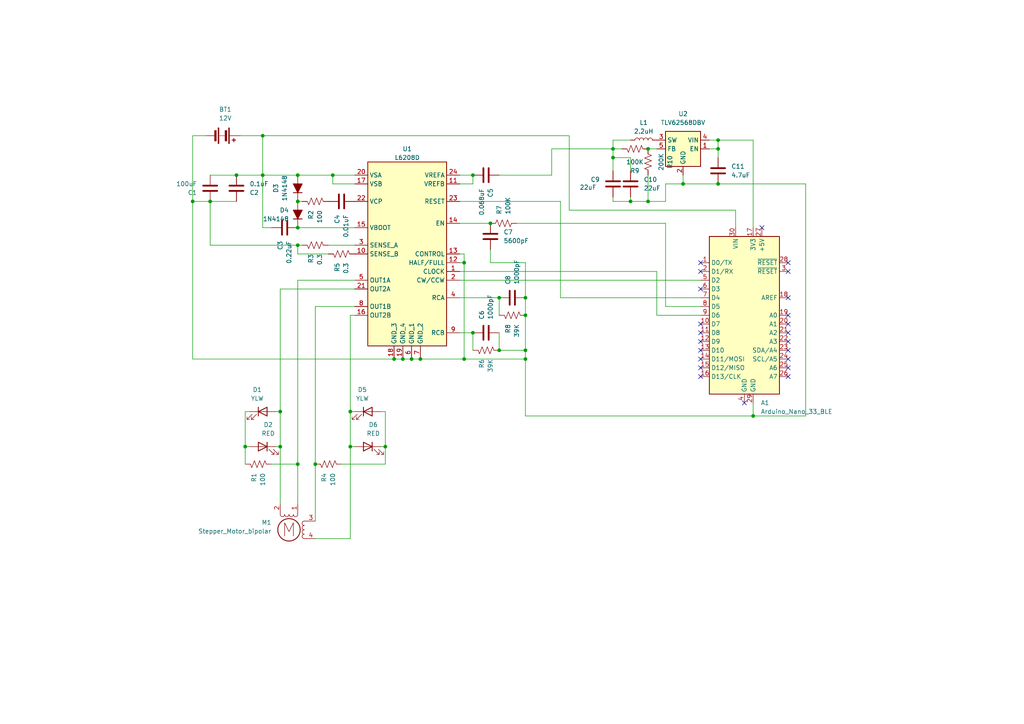
<source format=kicad_sch>
(kicad_sch (version 20231120) (generator "eeschema") (generator_version "8.0")
  (paper "A4")
  (lib_symbols
    (symbol "Device:Battery" (pin_numbers hide) (pin_names (offset 0) hide)
      (property "Reference" "BT1" (at -7.62 0.5715 90))
      (property "Value" "9V" (at -5.08 0.5715 90))
      (symbol "Battery_0_1"
        (rectangle (start -2.286 -1.27) (end 2.286 -1.524) (fill (type outline)))
        (rectangle (start -2.286 1.778) (end 2.286 1.524) (fill (type outline)))
        (rectangle (start -1.524 -2.032) (end 1.524 -2.54) (fill (type outline)))
        (rectangle (start -1.524 1.016) (end 1.524 0.508) (fill (type outline)))
        (polyline (pts (xy 0 -1.016) (xy 0 -0.762)))
        (polyline (pts (xy 0 -0.508) (xy 0 -0.254)))
        (polyline (pts (xy 0 0) (xy 0 0.254)))
        (polyline (pts (xy 0 1.778) (xy 0 2.54)))
        (polyline (pts (xy 0.762 3.048) (xy 1.778 3.048)) (stroke (width 0.254)))
        (polyline (pts (xy 1.27 3.556) (xy 1.27 2.54)) (stroke (width 0.254)))
      )
      (symbol "Battery_1_1"
        (pin power_out line (at 0 5.08 270) (length 2.54) (name "+") (number "1"))
        (pin power_out line (at 0 -5.08 90) (length 2.54) (name "-") (number "2"))
      )
    )
    (symbol "Device:C" (pin_numbers hide) (pin_names (offset 0.254))
      (property "Reference" "C" (at 0.635 2.54 0))
      (property "Value" "C" (at 0.635 -2.54 0))
      (symbol "C_0_1"
        (polyline (pts (xy -2.032 -0.762) (xy 2.032 -0.762)) (stroke (width 0.508)))
        (polyline (pts (xy -2.032 0.762) (xy 2.032 0.762)) (stroke (width 0.508)))
      )
      (symbol "C_1_1"
        (pin passive line (at 0 3.81 270) (length 2.794) (name "~") (number "1"))
        (pin passive line (at 0 -3.81 90) (length 2.794) (name "~") (number "2"))
      )
    )
    (symbol "Device:D_Filled" (pin_numbers hide) (pin_names (offset 1.016) hide)
      (property "Reference" "D" (at 0 2.54 0))
      (property "Value" "D_Filled" (at 0 -2.54 0))
      (symbol "D_Filled_0_1"
        (polyline (pts (xy -1.27 1.27) (xy -1.27 -1.27)) (stroke (width 0.254)))
        (polyline (pts (xy 1.27 0) (xy -1.27 0)))
        (polyline (pts (xy 1.27 1.27) (xy 1.27 -1.27) (xy -1.27 0) (xy 1.27 1.27)) (stroke (width 0.254)) (fill (type outline)))
      )
      (symbol "D_Filled_1_1"
        (pin passive line (at -3.81 0 0) (length 2.54) (name "K") (number "1"))
        (pin passive line (at 3.81 0 180) (length 2.54) (name "A") (number "2"))
      )
    )
    (symbol "Device:L" (pin_numbers hide) (pin_names (offset 1.016) hide)
      (property "Reference" "L" (at -1.27 0 90))
      (property "Value" "L" (at 1.905 0 90))
      (symbol "L_0_1"
        (arc (start 0 -2.54) (mid 0.6323 -1.905) (end 0 -1.27))
        (arc (start 0 -1.27) (mid 0.6323 -0.635) (end 0 0))
        (arc (start 0 0) (mid 0.6323 0.635) (end 0 1.27))
        (arc (start 0 1.27) (mid 0.6323 1.905) (end 0 2.54))
      )
      (symbol "L_1_1"
        (pin passive line (at 0 3.81 270) (length 1.27) (name "1") (number "1"))
        (pin passive line (at 0 -3.81 90) (length 1.27) (name "2") (number "2"))
      )
    )
    (symbol "Device:LED" (pin_numbers hide) (pin_names (offset 1.016) hide)
      (property "Reference" "D" (at 0 2.54 0))
      (property "Value" "LED" (at 0 -2.54 0))
      (symbol "LED_0_1"
        (polyline (pts (xy -1.27 -1.27) (xy -1.27 1.27)) (stroke (width 0.254)))
        (polyline (pts (xy -1.27 0) (xy 1.27 0)))
        (polyline (pts (xy 1.27 -1.27) (xy 1.27 1.27) (xy -1.27 0) (xy 1.27 -1.27)) (stroke (width 0.254)))
        (polyline (pts (xy -3.048 -0.762) (xy -4.572 -2.286) (xy -3.81 -2.286) (xy -4.572 -2.286) (xy -4.572 -1.524)))
        (polyline (pts (xy -1.778 -0.762) (xy -3.302 -2.286) (xy -2.54 -2.286) (xy -3.302 -2.286) (xy -3.302 -1.524)))
      )
      (symbol "LED_1_1"
        (pin passive line (at -3.81 0 0) (length 2.54) (name "K") (number "1"))
        (pin passive line (at 3.81 0 180) (length 2.54) (name "A") (number "2"))
      )
    )
    (symbol "Device:R_US" (pin_numbers hide) (pin_names (offset 0))
      (property "Reference" "R" (at 2.54 0 90))
      (property "Value" "R_US" (at -2.54 0 90))
      (symbol "R_US_0_1"
        (polyline (pts (xy 0 -2.286) (xy 0 -2.54)))
        (polyline (pts (xy 0 2.286) (xy 0 2.54)))
        (polyline (pts (xy 0 -0.762) (xy 1.016 -1.143) (xy 0 -1.524) (xy -1.016 -1.905) (xy 0 -2.286)))
        (polyline (pts (xy 0 0.762) (xy 1.016 0.381) (xy 0 0) (xy -1.016 -0.381) (xy 0 -0.762)))
        (polyline (pts (xy 0 2.286) (xy 1.016 1.905) (xy 0 1.524) (xy -1.016 1.143) (xy 0 0.762)))
      )
      (symbol "R_US_1_1"
        (pin passive line (at 0 3.81 270) (length 1.27) (name "~") (number "1"))
        (pin passive line (at 0 -3.81 90) (length 1.27) (name "~") (number "2"))
      )
    )
    (symbol "L6208D_1"
      (property "Reference" "U" (at 0 0 0))
      (symbol "L6208D_1_0_1"
        (rectangle (start -1.27 -1.27) (end 21.59 -54.61) (stroke (width 0.254)) (fill (type background)))
      )
      (symbol "L6208D_1_1_1"
        (pin input line (at 25.4 -33.02 180) (length 3.81) (name "CLOCK") (number "1"))
        (pin input line (at -5.08 -27.94 0) (length 3.81) (name "SENSE_B") (number "10"))
        (pin input line (at 25.4 -7.62 180) (length 3.81) (name "VREFB") (number "11"))
        (pin input line (at 25.4 -30.48 180) (length 3.81) (name "HALF/FULL") (number "12"))
        (pin input line (at 25.4 -27.94 180) (length 3.81) (name "CONTROL") (number "13"))
        (pin input line (at 25.4 -19.05 180) (length 3.81) (name "EN") (number "14"))
        (pin input line (at -5.08 -20.32 0) (length 3.81) (name "VBOOT") (number "15"))
        (pin output line (at -5.08 -45.72 0) (length 3.81) (name "OUT2B") (number "16"))
        (pin power_in line (at -5.08 -7.62 0) (length 3.81) (name "VSB") (number "17"))
        (pin power_in line (at 6.35 -58.42 90) (length 3.81) (name "GND_3") (number "18"))
        (pin power_in line (at 8.89 -58.42 90) (length 3.81) (name "GND_4") (number "19"))
        (pin input line (at 25.4 -35.56 180) (length 3.81) (name "CW/CCW") (number "2"))
        (pin power_in line (at -5.08 -5.08 0) (length 3.81) (name "VSA") (number "20"))
        (pin output line (at -5.08 -38.1 0) (length 3.81) (name "OUT2A") (number "21"))
        (pin input line (at -5.08 -12.7 0) (length 3.81) (name "VCP") (number "22"))
        (pin input line (at 25.4 -12.7 180) (length 3.81) (name "RESET") (number "23"))
        (pin input line (at 25.4 -5.08 180) (length 3.81) (name "VREFA") (number "24"))
        (pin input line (at -5.08 -25.4 0) (length 3.81) (name "SENSE_A") (number "3"))
        (pin input line (at 25.4 -40.64 180) (length 3.81) (name "RCA") (number "4"))
        (pin output line (at -5.08 -35.56 0) (length 3.81) (name "OUT1A") (number "5"))
        (pin power_in line (at 11.43 -58.42 90) (length 3.81) (name "GND_1") (number "6"))
        (pin power_in line (at 13.97 -58.42 90) (length 3.81) (name "GND_2") (number "7"))
        (pin output line (at -5.08 -43.18 0) (length 3.81) (name "OUT1B") (number "8"))
        (pin input line (at 25.4 -50.8 180) (length 3.81) (name "RCB") (number "9"))
      )
    )
    (symbol "MCU_Module:Arduino_Nano_33_BLE"
      (property "Reference" "A" (at -10.16 23.495 0))
      (property "Value" "Arduino_Nano_33_BLE" (at 5.08 -24.13 0))
      (symbol "Arduino_Nano_33_BLE_0_1"
        (rectangle (start -10.16 22.86) (end 10.16 -22.86) (stroke (width 0.254)) (fill (type background)))
      )
      (symbol "Arduino_Nano_33_BLE_1_1"
        (pin bidirectional line (at -12.7 15.24 0) (length 2.54) (name "D0/TX") (number "1"))
        (pin bidirectional line (at -12.7 -2.54 0) (length 2.54) (name "D7") (number "10"))
        (pin bidirectional line (at -12.7 -5.08 0) (length 2.54) (name "D8") (number "11"))
        (pin bidirectional line (at -12.7 -7.62 0) (length 2.54) (name "D9") (number "12"))
        (pin bidirectional line (at -12.7 -10.16 0) (length 2.54) (name "D10") (number "13"))
        (pin bidirectional line (at -12.7 -12.7 0) (length 2.54) (name "D11/MOSI") (number "14"))
        (pin bidirectional line (at -12.7 -15.24 0) (length 2.54) (name "D12/MISO") (number "15"))
        (pin bidirectional line (at -12.7 -17.78 0) (length 2.54) (name "D13/CLK") (number "16"))
        (pin power_out line (at 2.54 25.4 270) (length 2.54) (name "3V3") (number "17"))
        (pin input line (at 12.7 5.08 180) (length 2.54) (name "AREF") (number "18"))
        (pin bidirectional line (at 12.7 0 180) (length 2.54) (name "A0") (number "19"))
        (pin bidirectional line (at -12.7 12.7 0) (length 2.54) (name "D1/RX") (number "2"))
        (pin bidirectional line (at 12.7 -2.54 180) (length 2.54) (name "A1") (number "20"))
        (pin bidirectional line (at 12.7 -5.08 180) (length 2.54) (name "A2") (number "21"))
        (pin bidirectional line (at 12.7 -7.62 180) (length 2.54) (name "A3") (number "22"))
        (pin bidirectional line (at 12.7 -10.16 180) (length 2.54) (name "SDA/A4") (number "23"))
        (pin bidirectional line (at 12.7 -12.7 180) (length 2.54) (name "SCL/A5") (number "24"))
        (pin bidirectional line (at 12.7 -15.24 180) (length 2.54) (name "A6") (number "25"))
        (pin bidirectional line (at 12.7 -17.78 180) (length 2.54) (name "A7") (number "26"))
        (pin power_out line (at 5.08 25.4 270) (length 2.54) (name "+5V") (number "27"))
        (pin input line (at 12.7 15.24 180) (length 2.54) (name "~{RESET}") (number "28"))
        (pin power_in line (at 2.54 -25.4 90) (length 2.54) (name "GND") (number "29"))
        (pin input line (at 12.7 12.7 180) (length 2.54) (name "~{RESET}") (number "3"))
        (pin power_in line (at -2.54 25.4 270) (length 2.54) (name "VIN") (number "30"))
        (pin power_in line (at 0 -25.4 90) (length 2.54) (name "GND") (number "4"))
        (pin bidirectional line (at -12.7 10.16 0) (length 2.54) (name "D2") (number "5"))
        (pin bidirectional line (at -12.7 7.62 0) (length 2.54) (name "D3") (number "6"))
        (pin bidirectional line (at -12.7 5.08 0) (length 2.54) (name "D4") (number "7"))
        (pin bidirectional line (at -12.7 2.54 0) (length 2.54) (name "D5") (number "8"))
        (pin bidirectional line (at -12.7 0 0) (length 2.54) (name "D6") (number "9"))
      )
    )
    (symbol "Motor:Stepper_Motor_bipolar" (pin_names (offset 0) hide)
      (property "Reference" "M" (at 3.81 2.54 0))
      (property "Value" "Stepper_Motor_bipolar" (at 3.81 1.27 0))
      (symbol "Stepper_Motor_bipolar_0_0"
        (polyline (pts (xy -1.27 -1.778) (xy -1.27 2.032) (xy 0 -0.508) (xy 1.27 2.032) (xy 1.27 -1.778)))
      )
      (symbol "Stepper_Motor_bipolar_0_1"
        (arc (start -4.445 -2.54) (mid -3.8127 -1.905) (end -4.445 -1.27))
        (arc (start -4.445 -1.27) (mid -3.8127 -0.635) (end -4.445 0))
        (arc (start -4.445 0) (mid -3.8127 0.635) (end -4.445 1.27))
        (arc (start -4.445 1.27) (mid -3.8127 1.905) (end -4.445 2.54))
        (arc (start -2.54 4.445) (mid -1.905 3.8127) (end -1.27 4.445))
        (arc (start -1.27 4.445) (mid -0.635 3.8127) (end 0 4.445))
        (polyline (pts (xy -5.08 -2.54) (xy -4.445 -2.54)))
        (polyline (pts (xy -5.08 2.54) (xy -4.445 2.54)))
        (polyline (pts (xy -2.54 5.08) (xy -2.54 4.445)))
        (polyline (pts (xy 2.54 5.08) (xy 2.54 4.445)))
        (circle (center 0 0) (radius 3.2512) (stroke (width 0.254)))
        (arc (start 0 4.445) (mid 0.635 3.8127) (end 1.27 4.445))
        (arc (start 1.27 4.445) (mid 1.905 3.8127) (end 2.54 4.445))
      )
      (symbol "Stepper_Motor_bipolar_1_1"
        (pin passive line (at -2.54 7.62 270) (length 2.54) (name "~") (number "1"))
        (pin passive line (at 2.54 7.62 270) (length 2.54) (name "-") (number "2"))
        (pin passive line (at -7.62 2.54 0) (length 2.54) (name "~") (number "3"))
        (pin passive line (at -7.62 -2.54 0) (length 2.54) (name "~") (number "4"))
      )
    )
    (symbol "Regulator_Switching:TLV62568DBV"
      (property "Reference" "U" (at -5.08 6.35 0))
      (property "Value" "TLV62568DBV" (at 0 6.35 0))
      (symbol "TLV62568DBV_0_1"
        (rectangle (start -5.08 5.08) (end 5.08 -5.08) (stroke (width 0.254)) (fill (type background)))
      )
      (symbol "TLV62568DBV_1_1"
        (pin input line (at -7.62 0 0) (length 2.54) (name "EN") (number "1"))
        (pin power_in line (at 0 -7.62 90) (length 2.54) (name "GND") (number "2"))
        (pin power_out line (at 7.62 2.54 180) (length 2.54) (name "SW") (number "3"))
        (pin power_in line (at -7.62 2.54 0) (length 2.54) (name "VIN") (number "4"))
        (pin input line (at 7.62 0 180) (length 2.54) (name "FB") (number "5"))
      )
    )
  )
  (junction (at 218.44 120.65))
  (junction (at 86.36 71.12))
  (junction (at 182.88 58.42))
  (junction (at 208.28 53.34))
  (junction (at 152.4 104.14))
  (junction (at 96.52 50.8))
  (junction (at 187.96 43.18))
  (junction (at 152.4 101.6))
  (junction (at 86.36 58.42))
  (junction (at 137.16 50.8))
  (junction (at 71.12 129.54))
  (junction (at 101.6 129.54))
  (junction (at 208.28 43.18))
  (junction (at 101.6 119.38))
  (junction (at 187.96 58.42))
  (junction (at 152.4 91.44))
  (junction (at 86.36 50.8))
  (junction (at 55.88 58.42))
  (junction (at 177.8 43.18))
  (junction (at 137.16 96.52))
  (junction (at 76.2 50.8))
  (junction (at 81.28 119.38))
  (junction (at 142.24 64.77))
  (junction (at 134.62 76.2))
  (junction (at 86.36 66.04))
  (junction (at 208.28 40.64))
  (junction (at 198.12 53.34))
  (junction (at 144.78 101.6))
  (junction (at 119.38 104.14))
  (junction (at 68.58 50.8))
  (junction (at 81.28 129.54))
  (junction (at 91.44 134.62))
  (junction (at 177.8 45.72))
  (junction (at 60.96 58.42))
  (junction (at 116.84 104.14))
  (junction (at 111.76 129.54))
  (junction (at 76.2 39.37))
  (junction (at 134.62 104.14))
  (junction (at 152.4 86.36))
  (junction (at 114.3 104.14))
  (junction (at 144.78 86.36))
  (junction (at 121.92 104.14))
  (junction (at 86.36 134.62))
  (no_connect (at 203.2 104.14))
  (no_connect (at 203.2 99.06))
  (no_connect (at 215.9 116.84))
  (no_connect (at 220.98 66.04))
  (no_connect (at 203.2 101.6))
  (no_connect (at 203.2 106.68))
  (no_connect (at 228.6 109.22))
  (no_connect (at 203.2 109.22))
  (no_connect (at 228.6 104.14))
  (no_connect (at 203.2 83.82))
  (no_connect (at 203.2 78.74))
  (no_connect (at 228.6 91.44))
  (no_connect (at 228.6 96.52))
  (no_connect (at 228.6 99.06))
  (no_connect (at 203.2 96.52))
  (no_connect (at 203.2 93.98))
  (no_connect (at 228.6 86.36))
  (no_connect (at 228.6 76.2))
  (no_connect (at 228.6 93.98))
  (no_connect (at 203.2 76.2))
  (no_connect (at 228.6 101.6))
  (no_connect (at 228.6 106.68))
  (no_connect (at 228.6 78.74))
  (wire (pts (xy 119.38 104.14) (xy 121.92 104.14)))
  (wire (pts (xy 160.02 43.18) (xy 177.8 43.18)))
  (wire (pts (xy 71.12 119.38) (xy 71.12 129.54)))
  (wire (pts (xy 86.36 58.42) (xy 87.63 58.42)))
  (wire (pts (xy 190.5 78.74) (xy 133.35 78.74)))
  (wire (pts (xy 218.44 40.64) (xy 218.44 66.04)))
  (wire (pts (xy 208.28 53.34) (xy 233.68 53.34)))
  (wire (pts (xy 144.78 86.36) (xy 144.78 91.44)))
  (wire (pts (xy 55.88 58.42) (xy 55.88 104.14)))
  (wire (pts (xy 193.04 88.9) (xy 203.2 88.9)))
  (wire (pts (xy 177.8 40.64) (xy 182.88 40.64)))
  (wire (pts (xy 177.8 43.18) (xy 180.34 43.18)))
  (wire (pts (xy 133.35 76.2) (xy 134.62 76.2)))
  (wire (pts (xy 86.36 81.28) (xy 86.36 134.62)))
  (wire (pts (xy 193.04 58.42) (xy 193.04 53.34)))
  (wire (pts (xy 71.12 129.54) (xy 72.39 129.54)))
  (wire (pts (xy 187.96 43.18) (xy 190.5 43.18)))
  (wire (pts (xy 177.8 49.53) (xy 177.8 45.72)))
  (wire (pts (xy 182.88 45.72) (xy 177.8 45.72)))
  (wire (pts (xy 177.8 58.42) (xy 182.88 58.42)))
  (wire (pts (xy 78.74 134.62) (xy 86.36 134.62)))
  (wire (pts (xy 95.25 73.66) (xy 86.36 73.66)))
  (wire (pts (xy 86.36 134.62) (xy 86.36 146.05)))
  (wire (pts (xy 101.6 129.54) (xy 102.87 129.54)))
  (wire (pts (xy 182.88 58.42) (xy 187.96 58.42)))
  (wire (pts (xy 87.63 71.12) (xy 86.36 71.12)))
  (wire (pts (xy 177.8 43.18) (xy 177.8 45.72)))
  (wire (pts (xy 193.04 53.34) (xy 198.12 53.34)))
  (wire (pts (xy 96.52 50.8) (xy 102.87 50.8)))
  (wire (pts (xy 114.3 104.14) (xy 116.84 104.14)))
  (wire (pts (xy 190.5 91.44) (xy 190.5 78.74)))
  (wire (pts (xy 60.96 58.42) (xy 68.58 58.42)))
  (wire (pts (xy 68.58 50.8) (xy 76.2 50.8)))
  (wire (pts (xy 142.24 76.2) (xy 152.4 76.2)))
  (wire (pts (xy 55.88 104.14) (xy 114.3 104.14)))
  (wire (pts (xy 71.12 129.54) (xy 71.12 134.62)))
  (wire (pts (xy 96.52 50.8) (xy 96.52 53.34)))
  (wire (pts (xy 190.5 91.44) (xy 203.2 91.44)))
  (wire (pts (xy 149.86 64.77) (xy 193.04 64.77)))
  (wire (pts (xy 134.62 104.14) (xy 152.4 104.14)))
  (wire (pts (xy 101.6 156.21) (xy 91.44 156.21)))
  (wire (pts (xy 110.49 129.54) (xy 111.76 129.54)))
  (wire (pts (xy 218.44 120.65) (xy 152.4 120.65)))
  (wire (pts (xy 76.2 39.37) (xy 165.1 39.37)))
  (wire (pts (xy 111.76 134.62) (xy 111.76 129.54)))
  (wire (pts (xy 59.69 39.37) (xy 55.88 39.37)))
  (wire (pts (xy 121.92 104.14) (xy 134.62 104.14)))
  (wire (pts (xy 208.28 43.18) (xy 208.28 45.72)))
  (wire (pts (xy 187.96 58.42) (xy 193.04 58.42)))
  (wire (pts (xy 80.01 119.38) (xy 81.28 119.38)))
  (wire (pts (xy 86.36 66.04) (xy 102.87 66.04)))
  (wire (pts (xy 76.2 50.8) (xy 76.2 39.37)))
  (wire (pts (xy 60.96 71.12) (xy 60.96 58.42)))
  (wire (pts (xy 218.44 120.65) (xy 233.68 120.65)))
  (wire (pts (xy 86.36 50.8) (xy 96.52 50.8)))
  (wire (pts (xy 134.62 76.2) (xy 134.62 104.14)))
  (wire (pts (xy 152.4 120.65) (xy 152.4 104.14)))
  (wire (pts (xy 198.12 50.8) (xy 198.12 53.34)))
  (wire (pts (xy 55.88 39.37) (xy 55.88 58.42)))
  (wire (pts (xy 218.44 116.84) (xy 218.44 120.65)))
  (wire (pts (xy 55.88 58.42) (xy 60.96 58.42)))
  (wire (pts (xy 99.06 134.62) (xy 111.76 134.62)))
  (wire (pts (xy 102.87 88.9) (xy 91.44 88.9)))
  (wire (pts (xy 134.62 73.66) (xy 134.62 76.2)))
  (wire (pts (xy 152.4 91.44) (xy 152.4 101.6)))
  (wire (pts (xy 152.4 101.6) (xy 152.4 104.14)))
  (wire (pts (xy 111.76 119.38) (xy 111.76 129.54)))
  (wire (pts (xy 133.35 96.52) (xy 137.16 96.52)))
  (wire (pts (xy 101.6 119.38) (xy 102.87 119.38)))
  (wire (pts (xy 205.74 43.18) (xy 208.28 43.18)))
  (wire (pts (xy 152.4 76.2) (xy 152.4 86.36)))
  (wire (pts (xy 101.6 91.44) (xy 102.87 91.44)))
  (wire (pts (xy 81.28 129.54) (xy 81.28 146.05)))
  (wire (pts (xy 102.87 83.82) (xy 81.28 83.82)))
  (wire (pts (xy 208.28 40.64) (xy 208.28 43.18)))
  (wire (pts (xy 111.76 119.38) (xy 110.49 119.38)))
  (wire (pts (xy 69.85 39.37) (xy 76.2 39.37)))
  (wire (pts (xy 101.6 129.54) (xy 101.6 156.21)))
  (wire (pts (xy 182.88 49.53) (xy 182.88 45.72)))
  (wire (pts (xy 101.6 119.38) (xy 101.6 129.54)))
  (wire (pts (xy 101.6 91.44) (xy 101.6 119.38)))
  (wire (pts (xy 102.87 81.28) (xy 86.36 81.28)))
  (wire (pts (xy 133.35 50.8) (xy 137.16 50.8)))
  (wire (pts (xy 165.1 60.96) (xy 213.36 60.96)))
  (wire (pts (xy 76.2 50.8) (xy 86.36 50.8)))
  (wire (pts (xy 133.35 58.42) (xy 162.56 58.42)))
  (wire (pts (xy 133.35 81.28) (xy 203.2 81.28)))
  (wire (pts (xy 142.24 72.39) (xy 142.24 76.2)))
  (wire (pts (xy 81.28 119.38) (xy 81.28 129.54)))
  (wire (pts (xy 80.01 129.54) (xy 81.28 129.54)))
  (wire (pts (xy 133.35 64.77) (xy 142.24 64.77)))
  (wire (pts (xy 208.28 40.64) (xy 218.44 40.64)))
  (wire (pts (xy 137.16 53.34) (xy 137.16 50.8)))
  (wire (pts (xy 81.28 83.82) (xy 81.28 119.38)))
  (wire (pts (xy 182.88 57.15) (xy 182.88 58.42)))
  (wire (pts (xy 78.74 66.04) (xy 76.2 66.04)))
  (wire (pts (xy 144.78 96.52) (xy 144.78 101.6)))
  (wire (pts (xy 133.35 53.34) (xy 137.16 53.34)))
  (wire (pts (xy 60.96 50.8) (xy 68.58 50.8)))
  (wire (pts (xy 134.62 73.66) (xy 133.35 73.66)))
  (wire (pts (xy 165.1 39.37) (xy 165.1 60.96)))
  (wire (pts (xy 152.4 86.36) (xy 152.4 91.44)))
  (wire (pts (xy 96.52 53.34) (xy 102.87 53.34)))
  (wire (pts (xy 71.12 119.38) (xy 72.39 119.38)))
  (wire (pts (xy 76.2 66.04) (xy 76.2 50.8)))
  (wire (pts (xy 162.56 86.36) (xy 203.2 86.36)))
  (wire (pts (xy 144.78 50.8) (xy 160.02 50.8)))
  (wire (pts (xy 198.12 53.34) (xy 208.28 53.34)))
  (wire (pts (xy 177.8 58.42) (xy 177.8 57.15)))
  (wire (pts (xy 91.44 88.9) (xy 91.44 134.62)))
  (wire (pts (xy 162.56 58.42) (xy 162.56 86.36)))
  (wire (pts (xy 95.25 71.12) (xy 102.87 71.12)))
  (wire (pts (xy 187.96 50.8) (xy 187.96 58.42)))
  (wire (pts (xy 116.84 104.14) (xy 119.38 104.14)))
  (wire (pts (xy 233.68 53.34) (xy 233.68 120.65)))
  (wire (pts (xy 213.36 60.96) (xy 213.36 66.04)))
  (wire (pts (xy 177.8 40.64) (xy 177.8 43.18)))
  (wire (pts (xy 91.44 134.62) (xy 91.44 151.13)))
  (wire (pts (xy 86.36 71.12) (xy 86.36 73.66)))
  (wire (pts (xy 144.78 101.6) (xy 152.4 101.6)))
  (wire (pts (xy 205.74 40.64) (xy 208.28 40.64)))
  (wire (pts (xy 193.04 64.77) (xy 193.04 88.9)))
  (wire (pts (xy 86.36 71.12) (xy 60.96 71.12)))
  (wire (pts (xy 160.02 43.18) (xy 160.02 50.8)))
  (wire (pts (xy 133.35 86.36) (xy 144.78 86.36)))
  (wire (pts (xy 137.16 96.52) (xy 137.16 101.6)))
  (symbol (lib_id "Device:LED") (at 106.68 119.38 0) (unit 1)
    (property "Reference" "D5" (at 105.0925 113.03 0))
    (property "Value" "YLW" (at 105.0925 115.57 0))
    (property "Description" "Light emitting diode" (effects (hide yes)))
  )
  (symbol (lib_id "Device:R_US") (at 91.44 71.12 90) (mirror x) (unit 1)
    (property "Reference" "R3" (at 90.1699 73.66 0) (effects (justify left)))
    (property "Value" "0.3" (at 92.7099 73.66 0) (effects (justify left)))
    (property "Footprint" "Resistor_SMD:R_0805_2012Metric" (effects (hide yes)))
    (property "Description" "Resistor, US symbol" (effects (hide yes)))
  )
  (symbol (lib_id "Motor:Stepper_Motor_bipolar") (at 83.82 153.67 0) (mirror y) (unit 1)
    (property "Reference" "M1" (at 78.74 151.549 0) (effects (justify left)))
    (property "Value" "Stepper_Motor_bipolar" (at 78.74 154.089 0) (effects (justify left)))
    (property "Footprint" "Connector_Molex:Molex_Pico-Clasp_501331-0407_1x04-1MP_P1.00mm_Vertical" (effects (hide yes)))
    (property "Datasheet" "http://www.infineon.com/dgdl/Application-Note-TLE8110EE_driving_UniPolarStepperMotor_V1.1.pdf?fileId=db3a30431be39b97011be5d0aa0a00b0" (effects (hide yes)))
    (property "Description" "4-wire bipolar stepper motor" (effects (hide yes)))
  )
  (symbol (lib_id "Device:C") (at 60.96 54.61 180) (unit 1)
    (property "Reference" "C1" (at 57.15 55.8801 0) (effects (justify left)))
    (property "Value" "100uF" (at 57.15 53.3401 0) (effects (justify left)))
    (property "Footprint" "Capacitor_SMD:C_1210_3225Metric" (effects (hide yes)))
    (property "Description" "Unpolarized capacitor" (effects (hide yes)))
  )
  (symbol (lib_id "Device:Battery") (at 64.77 39.37 270) (unit 1)
    (property "Reference" "BT1" (at 65.3415 31.75 90))
    (property "Value" "12V" (at 65.3415 34.29 90))
    (property "Footprint" "Connector:JWT_A3963_1x02_P3.96mm_Vertical" (effects (hide yes)))
    (property "Description" "Multiple-cell battery" (effects (hide yes)))
  )
  (symbol (lib_name "L6208D_1") (lib_id "Driver_Motor:L6208D") (at 107.95 45.72 0) (unit 1)
    (property "Reference" "U1" (at 118.11 43.18 0))
    (property "Value" "L6208D" (at 118.11 45.72 0))
    (property "Footprint" "Package_SO:ST_PowerSSO-24_SlugUp" (effects (hide yes)))
  )
  (symbol (lib_id "Device:R_US") (at 184.15 43.18 270) (mirror x) (unit 1)
    (property "Reference" "R9" (at 184.15 49.53 90))
    (property "Value" "100K" (at 184.15 46.99 90))
    (property "Footprint" "Resistor_SMD:R_1206_3216Metric" (effects (hide yes)))
    (property "Description" "Resistor, US symbol" (effects (hide yes)))
  )
  (symbol (lib_id "Device:LED") (at 106.68 129.54 0) (mirror y) (unit 1)
    (property "Reference" "D6" (at 108.2675 123.19 0))
    (property "Value" "RED" (at 108.2675 125.73 0))
    (property "Description" "Light emitting diode" (effects (hide yes)))
  )
  (symbol (lib_id "Device:C") (at 177.8 53.34 0) (mirror x) (unit 1)
    (property "Reference" "C9" (at 173.99 52.0699 0) (effects (justify right)))
    (property "Value" "22uF" (at 172.974 54.356 0) (effects (justify right)))
    (property "Footprint" "Capacitor_SMD:C_1206_3216Metric" (effects (hide yes)))
    (property "Description" "Unpolarized capacitor" (effects (hide yes)))
  )
  (symbol (lib_id "Device:C") (at 148.59 86.36 90) (unit 1)
    (property "Reference" "C8" (at 147.3199 82.55 0) (effects (justify left)))
    (property "Value" "1000pF" (at 149.8599 82.55 0) (effects (justify left)))
    (property "Footprint" "Capacitor_SMD:C_0402_1005Metric" (effects (hide yes)))
    (property "Description" "Unpolarized capacitor" (effects (hide yes)))
  )
  (symbol (lib_id "Device:R_US") (at 146.05 64.77 90) (unit 1)
    (property "Reference" "R7" (at 144.7799 62.23 0) (effects (justify left)))
    (property "Value" "100K" (at 147.3199 62.23 0) (effects (justify left)))
    (property "Footprint" "Resistor_SMD:R_1206_3216Metric" (effects (hide yes)))
    (property "Description" "Resistor, US symbol" (effects (hide yes)))
  )
  (symbol (lib_id "Device:R_US") (at 187.96 46.99 180) (unit 1)
    (property "Reference" "R10" (at 194.31 46.99 90))
    (property "Value" "200K" (at 191.77 46.99 90))
    (property "Footprint" "Resistor_SMD:R_1206_3216Metric" (effects (hide yes)))
    (property "Description" "Resistor, US symbol" (effects (hide yes)))
  )
  (symbol (lib_id "Device:C") (at 99.06 58.42 90) (mirror x) (unit 1)
    (property "Reference" "C4" (at 97.7899 62.23 0) (effects (justify left)))
    (property "Value" "0.01uF" (at 100.3299 62.23 0) (effects (justify left)))
    (property "Footprint" "Capacitor_SMD:C_0201_0603Metric" (effects (hide yes)))
    (property "Description" "Unpolarized capacitor" (effects (hide yes)))
  )
  (symbol (lib_id "Device:C") (at 142.24 68.58 0) (unit 1)
    (property "Reference" "C7" (at 146.05 67.3099 0) (effects (justify left)))
    (property "Value" "5600pF" (at 146.05 69.8499 0) (effects (justify left)))
    (property "Footprint" "Capacitor_SMD:C_0402_1005Metric" (effects (hide yes)))
    (property "Description" "Unpolarized capacitor" (effects (hide yes)))
  )
  (symbol (lib_id "Device:C") (at 182.88 53.34 180) (unit 1)
    (property "Reference" "C10" (at 186.69 52.0699 0) (effects (justify right)))
    (property "Value" "22uF" (at 186.69 54.6099 0) (effects (justify right)))
    (property "Footprint" "Capacitor_SMD:C_1206_3216Metric" (effects (hide yes)))
    (property "Description" "Unpolarized capacitor" (effects (hide yes)))
  )
  (symbol (lib_id "Device:LED") (at 76.2 129.54 0) (mirror y) (unit 1)
    (property "Reference" "D2" (at 77.7875 123.19 0))
    (property "Value" "RED" (at 77.7875 125.73 0))
    (property "Description" "Light emitting diode" (effects (hide yes)))
  )
  (symbol (lib_id "Device:R_US") (at 95.25 134.62 90) (mirror x) (unit 1)
    (property "Reference" "R4" (at 93.9799 137.16 0) (effects (justify left)))
    (property "Value" "100" (at 96.5199 137.16 0) (effects (justify left)))
    (property "Footprint" "Resistor_SMD:R_1206_3216Metric" (effects (hide yes)))
    (property "Description" "Resistor, US symbol" (effects (hide yes)))
  )
  (symbol (lib_id "Device:C") (at 68.58 54.61 0) (mirror x) (unit 1)
    (property "Reference" "C2" (at 72.39 55.8801 0) (effects (justify left)))
    (property "Value" "0.1uF" (at 72.39 53.3401 0) (effects (justify left)))
    (property "Footprint" "Capacitor_SMD:C_0201_0603Metric_Pad0.64x0.40mm_HandSolder" (effects (hide yes)))
    (property "Description" "Unpolarized capacitor" (effects (hide yes)))
  )
  (symbol (lib_id "Device:L") (at 186.69 40.64 90) (unit 1)
    (property "Reference" "L1" (at 186.69 35.56 90))
    (property "Value" "2.2uH" (at 186.69 38.1 90))
    (property "Footprint" "Inductor_SMD:L_1812_4532Metric" (effects (hide yes)))
    (property "Description" "Inductor" (effects (hide yes)))
  )
  (symbol (lib_id "Device:R_US") (at 74.93 134.62 90) (mirror x) (unit 1)
    (property "Reference" "R1" (at 73.6599 137.16 0) (effects (justify left)))
    (property "Value" "100" (at 76.1999 137.16 0) (effects (justify left)))
    (property "Footprint" "Resistor_SMD:R_1206_3216Metric" (effects (hide yes)))
    (property "Description" "Resistor, US symbol" (effects (hide yes)))
  )
  (symbol (lib_id "Device:D_Filled") (at 86.36 54.61 90) (unit 1)
    (property "Reference" "D3" (at 80.01 54.61 0))
    (property "Value" "1N4148" (at 82.55 54.61 0))
    (property "Footprint" "Diode_SMD:D_SOD-523" (effects (hide yes)))
    (property "Description" "Diode, filled shape" (effects (hide yes)))
    (property "Sim.Device" "D" (effects (hide yes)))
    (property "Sim.Pins" "1=K 2=A" (effects (hide yes)))
  )
  (symbol (lib_id "Device:LED") (at 76.2 119.38 0) (unit 1)
    (property "Reference" "D1" (at 74.6125 113.03 0))
    (property "Value" "YLW" (at 74.6125 115.57 0))
    (property "Description" "Light emitting diode" (effects (hide yes)))
  )
  (symbol (lib_id "Device:D_Filled") (at 86.36 62.23 270) (mirror x) (unit 1)
    (property "Reference" "D4" (at 83.82 60.9599 90) (effects (justify right)))
    (property "Value" "1N4148" (at 83.82 63.4999 90) (effects (justify right)))
    (property "Footprint" "Diode_SMD:D_SOD-523" (effects (hide yes)))
    (property "Description" "Diode, filled shape" (effects (hide yes)))
    (property "Sim.Device" "D" (effects (hide yes)))
    (property "Sim.Pins" "1=K 2=A" (effects (hide yes)))
  )
  (symbol (lib_id "Device:C") (at 82.55 66.04 90) (mirror x) (unit 1)
    (property "Reference" "C3" (at 81.2799 69.85 0) (effects (justify left)))
    (property "Value" "0.22uF" (at 83.8199 69.85 0) (effects (justify left)))
    (property "Footprint" "Capacitor_SMD:C_0201_0603Metric" (effects (hide yes)))
    (property "Description" "Unpolarized capacitor" (effects (hide yes)))
  )
  (symbol (lib_id "Device:C") (at 140.97 96.52 90) (unit 1)
    (property "Reference" "C6" (at 139.6999 92.71 0) (effects (justify left)))
    (property "Value" "1000pF" (at 142.2399 92.71 0) (effects (justify left)))
    (property "Footprint" "Capacitor_SMD:C_0402_1005Metric" (effects (hide yes)))
    (property "Description" "Unpolarized capacitor" (effects (hide yes)))
  )
  (symbol (lib_id "Regulator_Switching:TLV62568DBV") (at 198.12 43.18 0) (mirror y) (unit 1)
    (property "Reference" "U2" (at 198.12 33.02 0))
    (property "Value" "TLV62568DBV" (at 198.12 35.56 0))
    (property "Footprint" "Package_TO_SOT_SMD:SOT-23-5" (effects (hide yes)))
    (property "Datasheet" "http://www.ti.com/lit/ds/symlink/tlv62568.pdf" (effects (hide yes)))
    (property "Description" "High Efficiency Synchronous Buck Converter, Adjustable Output 0.6V-5.5V, 1A, SOT-23-5" (effects (hide yes)))
  )
  (symbol (lib_id "Device:C") (at 140.97 50.8 270) (unit 1)
    (property "Reference" "C5" (at 142.2401 54.61 0) (effects (justify left)))
    (property "Value" "0.068uF" (at 139.7001 54.61 0) (effects (justify left)))
    (property "Footprint" "Capacitor_SMD:C_0402_1005Metric" (effects (hide yes)))
    (property "Description" "Unpolarized capacitor" (effects (hide yes)))
  )
  (symbol (lib_id "MCU_Module:Arduino_Nano_33_BLE") (at 215.9 91.44 0) (unit 1)
    (property "Reference" "A1" (at 220.6341 116.84 0) (effects (justify left)))
    (property "Value" "Arduino_Nano_33_BLE" (at 220.6341 119.38 0) (effects (justify left)))
    (property "Footprint" "Module:Arduino_Nano" (effects (hide yes)))
    (property "Datasheet" "https://www.arduino.cc/en/uploads/Main/ArduinoNanoManual23.pdf" (effects (hide yes)))
    (property "Description" "Arduino Nano v2.x" (effects (hide yes)))
  )
  (symbol (lib_id "Device:R_US") (at 148.59 91.44 90) (mirror x) (unit 1)
    (property "Reference" "R8" (at 147.3199 93.98 0) (effects (justify left)))
    (property "Value" "39K" (at 149.8599 93.98 0) (effects (justify left)))
    (property "Footprint" "Resistor_SMD:R_0612_1632Metric" (effects (hide yes)))
    (property "Description" "Resistor, US symbol" (effects (hide yes)))
  )
  (symbol (lib_id "Device:R_US") (at 140.97 101.6 90) (mirror x) (unit 1)
    (property "Reference" "R6" (at 139.6999 104.14 0) (effects (justify left)))
    (property "Value" "39K" (at 142.2399 104.14 0) (effects (justify left)))
    (property "Footprint" "Resistor_SMD:R_0612_1632Metric" (effects (hide yes)))
    (property "Description" "Resistor, US symbol" (effects (hide yes)))
  )
  (symbol (lib_id "Device:R_US") (at 91.44 58.42 90) (mirror x) (unit 1)
    (property "Reference" "R2" (at 90.1699 60.96 0) (effects (justify left)))
    (property "Value" "100" (at 92.7099 60.96 0) (effects (justify left)))
    (property "Footprint" "Resistor_SMD:R_1206_3216Metric" (effects (hide yes)))
    (property "Description" "Resistor, US symbol" (effects (hide yes)))
  )
  (symbol (lib_id "Device:R_US") (at 99.06 73.66 90) (mirror x) (unit 1)
    (property "Reference" "R5" (at 97.7899 76.2 0) (effects (justify left)))
    (property "Value" "0.3" (at 100.3299 76.2 0) (effects (justify left)))
    (property "Footprint" "Resistor_SMD:R_0805_2012Metric" (effects (hide yes)))
    (property "Description" "Resistor, US symbol" (effects (hide yes)))
  )
  (symbol (lib_id "Device:C") (at 208.28 49.53 0) (unit 1)
    (property "Reference" "C11" (at 212.09 48.2599 0) (effects (justify left)))
    (property "Value" "4.7uF" (at 212.09 50.7999 0) (effects (justify left)))
    (property "Footprint" "Capacitor_SMD:C_0603_1608Metric" (effects (hide yes)))
    (property "Description" "Unpolarized capacitor" (effects (hide yes)))
  )
)
</source>
